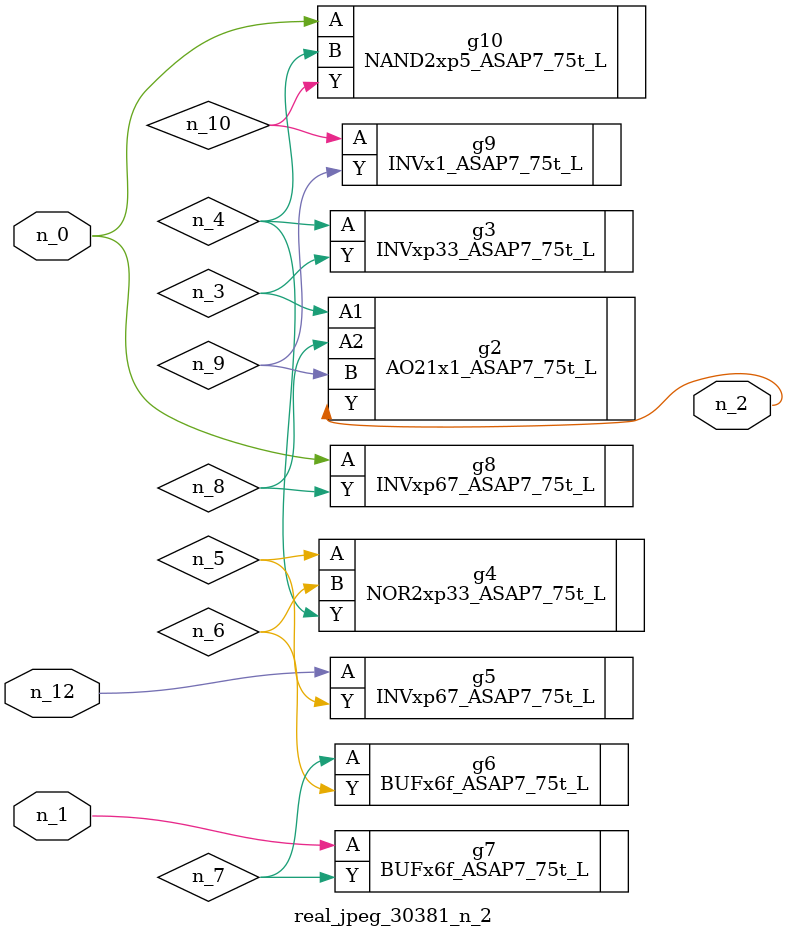
<source format=v>
module real_jpeg_30381_n_2 (n_12, n_1, n_0, n_2);

input n_12;
input n_1;
input n_0;

output n_2;

wire n_5;
wire n_8;
wire n_4;
wire n_6;
wire n_7;
wire n_3;
wire n_10;
wire n_9;

INVxp67_ASAP7_75t_L g8 ( 
.A(n_0),
.Y(n_8)
);

NAND2xp5_ASAP7_75t_L g10 ( 
.A(n_0),
.B(n_4),
.Y(n_10)
);

BUFx6f_ASAP7_75t_L g7 ( 
.A(n_1),
.Y(n_7)
);

AO21x1_ASAP7_75t_L g2 ( 
.A1(n_3),
.A2(n_8),
.B(n_9),
.Y(n_2)
);

INVxp33_ASAP7_75t_L g3 ( 
.A(n_4),
.Y(n_3)
);

NOR2xp33_ASAP7_75t_L g4 ( 
.A(n_5),
.B(n_6),
.Y(n_4)
);

BUFx6f_ASAP7_75t_L g6 ( 
.A(n_7),
.Y(n_6)
);

INVx1_ASAP7_75t_L g9 ( 
.A(n_10),
.Y(n_9)
);

INVxp67_ASAP7_75t_L g5 ( 
.A(n_12),
.Y(n_5)
);


endmodule
</source>
